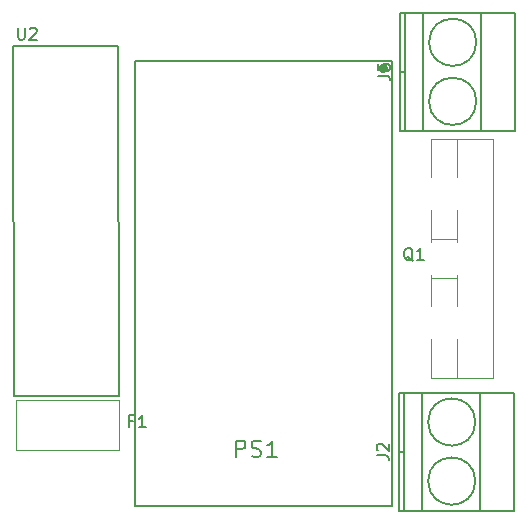
<source format=gto>
G04 #@! TF.GenerationSoftware,KiCad,Pcbnew,5.1.7-a382d34a8~88~ubuntu18.04.1*
G04 #@! TF.CreationDate,2021-08-09T13:16:33+05:30*
G04 #@! TF.ProjectId,BackEnd_HeavyDevice_v3,4261636b-456e-4645-9f48-656176794465,rev?*
G04 #@! TF.SameCoordinates,Original*
G04 #@! TF.FileFunction,Legend,Top*
G04 #@! TF.FilePolarity,Positive*
%FSLAX46Y46*%
G04 Gerber Fmt 4.6, Leading zero omitted, Abs format (unit mm)*
G04 Created by KiCad (PCBNEW 5.1.7-a382d34a8~88~ubuntu18.04.1) date 2021-08-09 13:16:33*
%MOMM*%
%LPD*%
G01*
G04 APERTURE LIST*
%ADD10C,0.150000*%
%ADD11C,0.400000*%
%ADD12C,0.127000*%
%ADD13C,0.120000*%
G04 APERTURE END LIST*
D10*
X117984000Y-95999000D02*
X109174000Y-95999000D01*
X118124000Y-125649000D02*
X117984000Y-95999000D01*
X109304000Y-125639000D02*
X118124000Y-125649000D01*
X109174000Y-95999000D02*
X109204000Y-125659000D01*
D11*
X140695000Y-97889000D02*
G75*
G03*
X140695000Y-97889000I-200000J0D01*
G01*
D12*
X119429000Y-134973000D02*
X119429000Y-97293000D01*
X141241000Y-134973000D02*
X119429000Y-134973000D01*
X141257000Y-97293000D02*
X141241000Y-134973000D01*
X119429000Y-97293000D02*
X141257000Y-97293000D01*
D13*
X118111200Y-130219820D02*
X109371200Y-130219820D01*
X118111200Y-130219820D02*
X118111200Y-125979820D01*
X109371200Y-125979820D02*
X109371200Y-130219820D01*
X109371200Y-125979820D02*
X118111200Y-125979820D01*
D10*
X142275000Y-130331000D02*
X141775000Y-130331000D01*
X143775000Y-125331000D02*
X143775000Y-135331000D01*
X148675000Y-125331000D02*
X148675000Y-135331000D01*
X142275000Y-125331000D02*
X142275000Y-135331000D01*
X141775000Y-125331000D02*
X141775000Y-135331000D01*
X141775000Y-135331000D02*
X151575000Y-135331000D01*
X151575000Y-135331000D02*
X151575000Y-125331000D01*
X151575000Y-125331000D02*
X141775000Y-125331000D01*
X148275000Y-132831000D02*
G75*
G03*
X148275000Y-132831000I-2000000J0D01*
G01*
X148275000Y-127831000D02*
G75*
G03*
X148275000Y-127831000I-2000000J0D01*
G01*
X148359000Y-95676700D02*
G75*
G03*
X148359000Y-95676700I-2000000J0D01*
G01*
X148359000Y-100676700D02*
G75*
G03*
X148359000Y-100676700I-2000000J0D01*
G01*
X151659000Y-93176700D02*
X141859000Y-93176700D01*
X151659000Y-103176700D02*
X151659000Y-93176700D01*
X141859000Y-103176700D02*
X151659000Y-103176700D01*
X141859000Y-93176700D02*
X141859000Y-103176700D01*
X142359000Y-93176700D02*
X142359000Y-103176700D01*
X148759000Y-93176700D02*
X148759000Y-103176700D01*
X143859000Y-93176700D02*
X143859000Y-103176700D01*
X142359000Y-98176700D02*
X141859000Y-98176700D01*
D13*
X144494000Y-112300000D02*
X146735000Y-112300000D01*
X144494000Y-115600000D02*
X146735000Y-115600000D01*
X146735000Y-107100000D02*
X146735000Y-103830000D01*
X146735000Y-112550000D02*
X146735000Y-109900000D01*
X146735000Y-118000000D02*
X146735000Y-115349000D01*
X146735000Y-124070000D02*
X146735000Y-120800000D01*
X144494000Y-103830000D02*
X149735000Y-103830000D01*
X144494000Y-124070000D02*
X149735000Y-124070000D01*
X149735000Y-124070000D02*
X149735000Y-103830000D01*
X144494000Y-107100000D02*
X144494000Y-103830000D01*
X144494000Y-112550000D02*
X144494000Y-109900000D01*
X144494000Y-118000000D02*
X144494000Y-115349000D01*
X144494000Y-124070000D02*
X144494000Y-120800000D01*
D10*
X109554875Y-94455780D02*
X109554875Y-95265304D01*
X109602494Y-95360542D01*
X109650113Y-95408161D01*
X109745351Y-95455780D01*
X109935827Y-95455780D01*
X110031065Y-95408161D01*
X110078684Y-95360542D01*
X110126303Y-95265304D01*
X110126303Y-94455780D01*
X110554875Y-94551019D02*
X110602494Y-94503400D01*
X110697732Y-94455780D01*
X110935827Y-94455780D01*
X111031065Y-94503400D01*
X111078684Y-94551019D01*
X111126303Y-94646257D01*
X111126303Y-94741495D01*
X111078684Y-94884352D01*
X110507256Y-95455780D01*
X111126303Y-95455780D01*
X128010160Y-130803193D02*
X128010160Y-129403193D01*
X128543493Y-129403193D01*
X128676826Y-129469860D01*
X128743493Y-129536526D01*
X128810160Y-129669860D01*
X128810160Y-129869860D01*
X128743493Y-130003193D01*
X128676826Y-130069860D01*
X128543493Y-130136526D01*
X128010160Y-130136526D01*
X129343493Y-130736526D02*
X129543493Y-130803193D01*
X129876826Y-130803193D01*
X130010160Y-130736526D01*
X130076826Y-130669860D01*
X130143493Y-130536526D01*
X130143493Y-130403193D01*
X130076826Y-130269860D01*
X130010160Y-130203193D01*
X129876826Y-130136526D01*
X129610160Y-130069860D01*
X129476826Y-130003193D01*
X129410160Y-129936526D01*
X129343493Y-129803193D01*
X129343493Y-129669860D01*
X129410160Y-129536526D01*
X129476826Y-129469860D01*
X129610160Y-129403193D01*
X129943493Y-129403193D01*
X130143493Y-129469860D01*
X131476826Y-130803193D02*
X130676826Y-130803193D01*
X131076826Y-130803193D02*
X131076826Y-129403193D01*
X130943493Y-129603193D01*
X130810160Y-129736526D01*
X130676826Y-129803193D01*
X119308286Y-127738831D02*
X118974953Y-127738831D01*
X118974953Y-128262640D02*
X118974953Y-127262640D01*
X119451143Y-127262640D01*
X120355905Y-128262640D02*
X119784477Y-128262640D01*
X120070191Y-128262640D02*
X120070191Y-127262640D01*
X119974953Y-127405498D01*
X119879715Y-127500736D01*
X119784477Y-127548355D01*
X139927380Y-130664333D02*
X140641666Y-130664333D01*
X140784523Y-130711952D01*
X140879761Y-130807190D01*
X140927380Y-130950047D01*
X140927380Y-131045285D01*
X140022619Y-130235761D02*
X139975000Y-130188142D01*
X139927380Y-130092904D01*
X139927380Y-129854809D01*
X139975000Y-129759571D01*
X140022619Y-129711952D01*
X140117857Y-129664333D01*
X140213095Y-129664333D01*
X140355952Y-129711952D01*
X140927380Y-130283380D01*
X140927380Y-129664333D01*
X140011380Y-98510033D02*
X140725666Y-98510033D01*
X140868523Y-98557652D01*
X140963761Y-98652890D01*
X141011380Y-98795747D01*
X141011380Y-98890985D01*
X140011380Y-97557652D02*
X140011380Y-98033842D01*
X140487571Y-98081461D01*
X140439952Y-98033842D01*
X140392333Y-97938604D01*
X140392333Y-97700509D01*
X140439952Y-97605271D01*
X140487571Y-97557652D01*
X140582809Y-97510033D01*
X140820904Y-97510033D01*
X140916142Y-97557652D01*
X140963761Y-97605271D01*
X141011380Y-97700509D01*
X141011380Y-97938604D01*
X140963761Y-98033842D01*
X140916142Y-98081461D01*
X142990761Y-114186899D02*
X142895523Y-114139280D01*
X142800285Y-114044041D01*
X142657428Y-113901184D01*
X142562190Y-113853565D01*
X142466952Y-113853565D01*
X142514571Y-114091660D02*
X142419333Y-114044041D01*
X142324095Y-113948803D01*
X142276476Y-113758327D01*
X142276476Y-113424994D01*
X142324095Y-113234518D01*
X142419333Y-113139280D01*
X142514571Y-113091660D01*
X142705047Y-113091660D01*
X142800285Y-113139280D01*
X142895523Y-113234518D01*
X142943142Y-113424994D01*
X142943142Y-113758327D01*
X142895523Y-113948803D01*
X142800285Y-114044041D01*
X142705047Y-114091660D01*
X142514571Y-114091660D01*
X143895523Y-114091660D02*
X143324095Y-114091660D01*
X143609809Y-114091660D02*
X143609809Y-113091660D01*
X143514571Y-113234518D01*
X143419333Y-113329756D01*
X143324095Y-113377375D01*
M02*

</source>
